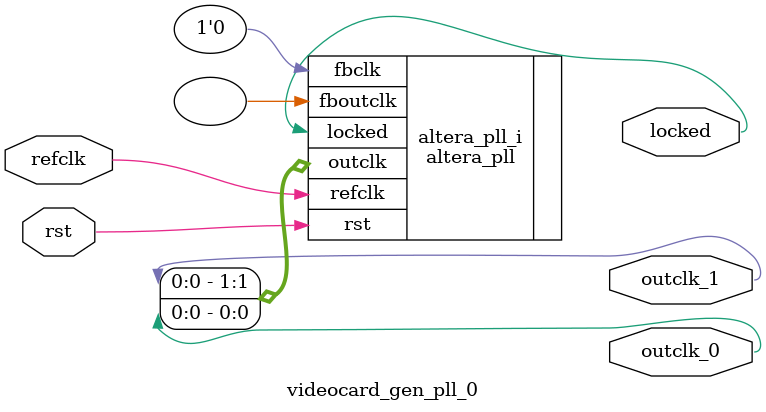
<source format=v>
`timescale 1ns/10ps
module  videocard_gen_pll_0(

	// interface 'refclk'
	input wire refclk,

	// interface 'reset'
	input wire rst,

	// interface 'outclk0'
	output wire outclk_0,

	// interface 'outclk1'
	output wire outclk_1,

	// interface 'locked'
	output wire locked
);

	altera_pll #(
		.fractional_vco_multiplier("false"),
		.reference_clock_frequency("50.0 MHz"),
		.operation_mode("direct"),
		.number_of_clocks(2),
		.output_clock_frequency0("50.000000 MHz"),
		.phase_shift0("0 ps"),
		.duty_cycle0(50),
		.output_clock_frequency1("5.000000 MHz"),
		.phase_shift1("0 ps"),
		.duty_cycle1(50),
		.output_clock_frequency2("0 MHz"),
		.phase_shift2("0 ps"),
		.duty_cycle2(50),
		.output_clock_frequency3("0 MHz"),
		.phase_shift3("0 ps"),
		.duty_cycle3(50),
		.output_clock_frequency4("0 MHz"),
		.phase_shift4("0 ps"),
		.duty_cycle4(50),
		.output_clock_frequency5("0 MHz"),
		.phase_shift5("0 ps"),
		.duty_cycle5(50),
		.output_clock_frequency6("0 MHz"),
		.phase_shift6("0 ps"),
		.duty_cycle6(50),
		.output_clock_frequency7("0 MHz"),
		.phase_shift7("0 ps"),
		.duty_cycle7(50),
		.output_clock_frequency8("0 MHz"),
		.phase_shift8("0 ps"),
		.duty_cycle8(50),
		.output_clock_frequency9("0 MHz"),
		.phase_shift9("0 ps"),
		.duty_cycle9(50),
		.output_clock_frequency10("0 MHz"),
		.phase_shift10("0 ps"),
		.duty_cycle10(50),
		.output_clock_frequency11("0 MHz"),
		.phase_shift11("0 ps"),
		.duty_cycle11(50),
		.output_clock_frequency12("0 MHz"),
		.phase_shift12("0 ps"),
		.duty_cycle12(50),
		.output_clock_frequency13("0 MHz"),
		.phase_shift13("0 ps"),
		.duty_cycle13(50),
		.output_clock_frequency14("0 MHz"),
		.phase_shift14("0 ps"),
		.duty_cycle14(50),
		.output_clock_frequency15("0 MHz"),
		.phase_shift15("0 ps"),
		.duty_cycle15(50),
		.output_clock_frequency16("0 MHz"),
		.phase_shift16("0 ps"),
		.duty_cycle16(50),
		.output_clock_frequency17("0 MHz"),
		.phase_shift17("0 ps"),
		.duty_cycle17(50),
		.pll_type("General"),
		.pll_subtype("General")
	) altera_pll_i (
		.rst	(rst),
		.outclk	({outclk_1, outclk_0}),
		.locked	(locked),
		.fboutclk	( ),
		.fbclk	(1'b0),
		.refclk	(refclk)
	);
endmodule


</source>
